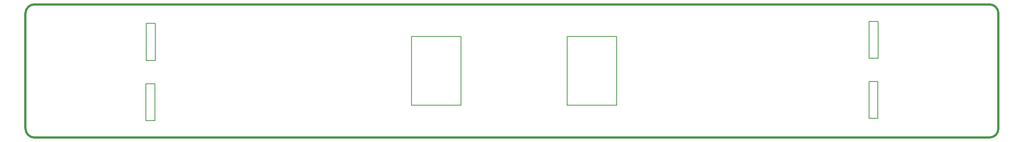
<source format=gbr>
G04 #@! TF.GenerationSoftware,KiCad,Pcbnew,(5.99.0-8941-ge2f8b1a4b1)*
G04 #@! TF.CreationDate,2021-03-10T18:45:48+13:00*
G04 #@! TF.ProjectId,diyBMS-Leaf,64697942-4d53-42d4-9c65-61662e6b6963,2.01*
G04 #@! TF.SameCoordinates,Original*
G04 #@! TF.FileFunction,Profile,NP*
%FSLAX46Y46*%
G04 Gerber Fmt 4.6, Leading zero omitted, Abs format (unit mm)*
G04 Created by KiCad (PCBNEW (5.99.0-8941-ge2f8b1a4b1)) date 2021-03-10 18:45:48*
%MOMM*%
%LPD*%
G01*
G04 APERTURE LIST*
G04 #@! TA.AperFunction,Profile*
%ADD10C,0.500000*%
G04 #@! TD*
G04 #@! TA.AperFunction,Profile*
%ADD11C,0.200000*%
G04 #@! TD*
G04 APERTURE END LIST*
D10*
X261000000Y-80000000D02*
X261000000Y-106000000D01*
X259000000Y-108000000D02*
X45000000Y-108000000D01*
D11*
X70000000Y-104200000D02*
X72000000Y-104200000D01*
X72000000Y-104200000D02*
X72000000Y-95900000D01*
X72000000Y-95900000D02*
X70000000Y-95900000D01*
X70000000Y-95900000D02*
X70000000Y-104200000D01*
D10*
X45000000Y-108000000D02*
G75*
G02*
X43000000Y-106000000I0J2000000D01*
G01*
D11*
X70050000Y-90600000D02*
X72050000Y-90600000D01*
X72050000Y-90600000D02*
X72050000Y-82300000D01*
X72050000Y-82300000D02*
X70050000Y-82300000D01*
X70050000Y-82300000D02*
X70050000Y-90600000D01*
X232000000Y-103700000D02*
X234000000Y-103700000D01*
X234000000Y-103700000D02*
X234000000Y-95400000D01*
X234000000Y-95400000D02*
X232000000Y-95400000D01*
X232000000Y-95400000D02*
X232000000Y-103700000D01*
X232050000Y-90100000D02*
X234050000Y-90100000D01*
X234050000Y-90100000D02*
X234050000Y-81800000D01*
X234050000Y-81800000D02*
X232050000Y-81800000D01*
X232050000Y-81800000D02*
X232050000Y-90100000D01*
D10*
X261000000Y-106000000D02*
G75*
G02*
X259000000Y-108000000I-2000000J0D01*
G01*
X259000000Y-78000000D02*
X45000000Y-78000000D01*
D11*
X129500000Y-85200000D02*
X140550000Y-85200000D01*
X140550000Y-85200000D02*
X140550000Y-100700000D01*
X140550000Y-100700000D02*
X129500000Y-100700000D01*
X129500000Y-100700000D02*
X129500000Y-85200000D01*
X164375000Y-85200000D02*
X175425000Y-85200000D01*
X175425000Y-85200000D02*
X175425000Y-100700000D01*
X175425000Y-100700000D02*
X164375000Y-100700000D01*
X164375000Y-100700000D02*
X164375000Y-85200000D01*
D10*
X259000000Y-78000000D02*
G75*
G02*
X261000000Y-80000000I0J-2000000D01*
G01*
X43000000Y-80000000D02*
X43000000Y-106000000D01*
X43000000Y-80000000D02*
G75*
G02*
X45000000Y-78000000I2000000J0D01*
G01*
M02*

</source>
